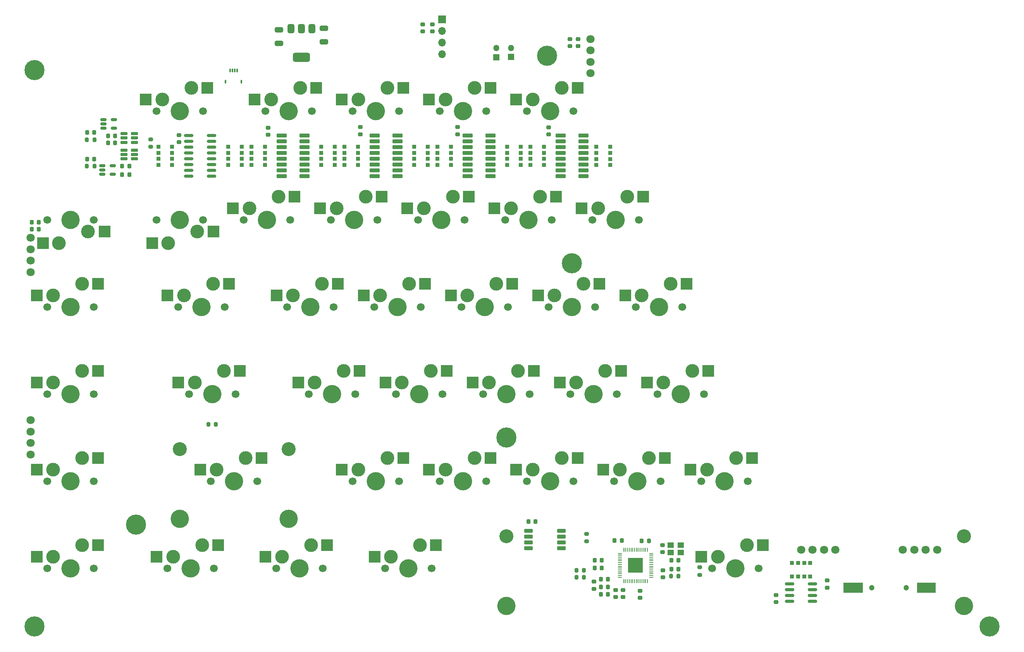
<source format=gbr>
%TF.GenerationSoftware,KiCad,Pcbnew,8.0.4*%
%TF.CreationDate,2024-10-18T15:07:03-05:00*%
%TF.ProjectId,numlocked_shift,6e756d6c-6f63-46b6-9564-5f7368696674,rev?*%
%TF.SameCoordinates,Original*%
%TF.FileFunction,Soldermask,Bot*%
%TF.FilePolarity,Negative*%
%FSLAX46Y46*%
G04 Gerber Fmt 4.6, Leading zero omitted, Abs format (unit mm)*
G04 Created by KiCad (PCBNEW 8.0.4) date 2024-10-18 15:07:03*
%MOMM*%
%LPD*%
G01*
G04 APERTURE LIST*
G04 Aperture macros list*
%AMRoundRect*
0 Rectangle with rounded corners*
0 $1 Rounding radius*
0 $2 $3 $4 $5 $6 $7 $8 $9 X,Y pos of 4 corners*
0 Add a 4 corners polygon primitive as box body*
4,1,4,$2,$3,$4,$5,$6,$7,$8,$9,$2,$3,0*
0 Add four circle primitives for the rounded corners*
1,1,$1+$1,$2,$3*
1,1,$1+$1,$4,$5*
1,1,$1+$1,$6,$7*
1,1,$1+$1,$8,$9*
0 Add four rect primitives between the rounded corners*
20,1,$1+$1,$2,$3,$4,$5,0*
20,1,$1+$1,$4,$5,$6,$7,0*
20,1,$1+$1,$6,$7,$8,$9,0*
20,1,$1+$1,$8,$9,$2,$3,0*%
G04 Aperture macros list end*
%ADD10C,1.700000*%
%ADD11C,3.000000*%
%ADD12C,4.000000*%
%ADD13R,2.550000X2.500000*%
%ADD14R,1.350000X1.350000*%
%ADD15O,1.350000X1.350000*%
%ADD16C,4.400000*%
%ADD17C,3.050000*%
%ADD18C,1.800000*%
%ADD19R,1.700000X1.700000*%
%ADD20O,1.700000X1.700000*%
%ADD21RoundRect,0.150000X-0.512500X-0.150000X0.512500X-0.150000X0.512500X0.150000X-0.512500X0.150000X0*%
%ADD22RoundRect,0.250000X-0.650000X0.325000X-0.650000X-0.325000X0.650000X-0.325000X0.650000X0.325000X0*%
%ADD23RoundRect,0.225000X0.225000X0.250000X-0.225000X0.250000X-0.225000X-0.250000X0.225000X-0.250000X0*%
%ADD24R,0.900000X0.900000*%
%ADD25C,1.200000*%
%ADD26R,4.350000X2.300000*%
%ADD27R,4.040000X2.300000*%
%ADD28RoundRect,0.225000X0.250000X-0.225000X0.250000X0.225000X-0.250000X0.225000X-0.250000X-0.225000X0*%
%ADD29RoundRect,0.225000X-0.250000X0.225000X-0.250000X-0.225000X0.250000X-0.225000X0.250000X0.225000X0*%
%ADD30RoundRect,0.100500X0.986500X0.301500X-0.986500X0.301500X-0.986500X-0.301500X0.986500X-0.301500X0*%
%ADD31RoundRect,0.098000X0.809000X0.294000X-0.809000X0.294000X-0.809000X-0.294000X0.809000X-0.294000X0*%
%ADD32RoundRect,0.200000X-0.200000X-0.275000X0.200000X-0.275000X0.200000X0.275000X-0.200000X0.275000X0*%
%ADD33RoundRect,0.150000X0.650000X0.150000X-0.650000X0.150000X-0.650000X-0.150000X0.650000X-0.150000X0*%
%ADD34RoundRect,0.225000X-0.225000X-0.250000X0.225000X-0.250000X0.225000X0.250000X-0.225000X0.250000X0*%
%ADD35RoundRect,0.200000X0.200000X0.275000X-0.200000X0.275000X-0.200000X-0.275000X0.200000X-0.275000X0*%
%ADD36RoundRect,0.075000X0.075000X0.325000X-0.075000X0.325000X-0.075000X-0.325000X0.075000X-0.325000X0*%
%ADD37RoundRect,0.100000X0.100000X0.300000X-0.100000X0.300000X-0.100000X-0.300000X0.100000X-0.300000X0*%
%ADD38RoundRect,0.050000X-0.050000X0.387500X-0.050000X-0.387500X0.050000X-0.387500X0.050000X0.387500X0*%
%ADD39RoundRect,0.050000X-0.387500X0.050000X-0.387500X-0.050000X0.387500X-0.050000X0.387500X0.050000X0*%
%ADD40R,3.200000X3.200000*%
%ADD41RoundRect,0.200000X-0.275000X0.200000X-0.275000X-0.200000X0.275000X-0.200000X0.275000X0.200000X0*%
%ADD42RoundRect,0.375000X-0.375000X0.625000X-0.375000X-0.625000X0.375000X-0.625000X0.375000X0.625000X0*%
%ADD43RoundRect,0.500000X-1.400000X0.500000X-1.400000X-0.500000X1.400000X-0.500000X1.400000X0.500000X0*%
%ADD44R,1.400000X1.200000*%
%ADD45RoundRect,0.150000X-0.825000X-0.150000X0.825000X-0.150000X0.825000X0.150000X-0.825000X0.150000X0*%
%ADD46RoundRect,0.150000X0.850000X0.150000X-0.850000X0.150000X-0.850000X-0.150000X0.850000X-0.150000X0*%
G04 APERTURE END LIST*
D10*
%TO.C,S32*%
X152349200Y-72491600D03*
D11*
X153619200Y-69951600D03*
D12*
X157429200Y-72491600D03*
D11*
X159969200Y-67411600D03*
D10*
X162509200Y-72491600D03*
D13*
X150019200Y-69951600D03*
X163444200Y-67411600D03*
%TD*%
D14*
%TO.C,J2*%
X131362200Y-36915600D03*
D15*
X131362200Y-34915600D03*
%TD*%
D10*
%TO.C,S38*%
X33286700Y-148691600D03*
D11*
X34556700Y-146151600D03*
D12*
X38366700Y-148691600D03*
D11*
X40906700Y-143611600D03*
D10*
X43446700Y-148691600D03*
D13*
X30956700Y-146151600D03*
X44381700Y-143611600D03*
%TD*%
D10*
%TO.C,S36*%
X33286700Y-91541600D03*
D11*
X34556700Y-89001600D03*
D12*
X38366700Y-91541600D03*
D11*
X40906700Y-86461600D03*
D10*
X43446700Y-91541600D03*
D13*
X30956700Y-89001600D03*
X44381700Y-86461600D03*
%TD*%
D10*
%TO.C,S4*%
X80911700Y-48679100D03*
D11*
X82181700Y-46139100D03*
D12*
X85991700Y-48679100D03*
D11*
X88531700Y-43599100D03*
D10*
X91071700Y-48679100D03*
D13*
X78581700Y-46139100D03*
X92006700Y-43599100D03*
%TD*%
D10*
%TO.C,S31*%
X161874200Y-91541600D03*
D11*
X163144200Y-89001600D03*
D12*
X166954200Y-91541600D03*
D11*
X169494200Y-86461600D03*
D10*
X172034200Y-91541600D03*
D13*
X159544200Y-89001600D03*
X172969200Y-86461600D03*
%TD*%
D10*
%TO.C,S20*%
X119011700Y-48679100D03*
D11*
X120281700Y-46139100D03*
D12*
X124091700Y-48679100D03*
D11*
X126631700Y-43599100D03*
D10*
X129171700Y-48679100D03*
D13*
X116681700Y-46139100D03*
X130106700Y-43599100D03*
%TD*%
D10*
%TO.C,S2*%
X76149200Y-72491600D03*
D11*
X77419200Y-69951600D03*
D12*
X81229200Y-72491600D03*
D11*
X83769200Y-67411600D03*
D10*
X86309200Y-72491600D03*
D13*
X73819200Y-69951600D03*
X87244200Y-67411600D03*
%TD*%
D10*
%TO.C,S35*%
X33286700Y-129641600D03*
D11*
X34556700Y-127101600D03*
D12*
X38366700Y-129641600D03*
D11*
X40906700Y-124561600D03*
D10*
X43446700Y-129641600D03*
D13*
X30956700Y-127101600D03*
X44381700Y-124561600D03*
%TD*%
D16*
%TO.C,H1*%
X30460450Y-39710000D03*
%TD*%
%TO.C,H4*%
X239154200Y-161400000D03*
%TD*%
D17*
%TO.C,S8*%
X62185450Y-122666600D03*
D12*
X62185450Y-137906600D03*
D10*
X69005450Y-129641600D03*
D11*
X70275450Y-127101600D03*
D12*
X74085450Y-129641600D03*
D11*
X76625450Y-124561600D03*
D10*
X79165450Y-129641600D03*
D17*
X85985450Y-122666600D03*
D12*
X85985450Y-137906600D03*
D13*
X66675450Y-127101600D03*
X80100450Y-124561600D03*
%TD*%
D16*
%TO.C,H5*%
X52654200Y-139166600D03*
%TD*%
D10*
%TO.C,S30*%
X166636700Y-110591600D03*
D11*
X167906700Y-108051600D03*
D12*
X171716700Y-110591600D03*
D11*
X174256700Y-105511600D03*
D10*
X176796700Y-110591600D03*
D13*
X164306700Y-108051600D03*
X177731700Y-105511600D03*
%TD*%
D10*
%TO.C,S37*%
X43446700Y-72491600D03*
D11*
X42176700Y-75031600D03*
D12*
X38366700Y-72491600D03*
D11*
X35826700Y-77571600D03*
D10*
X33286700Y-72491600D03*
D13*
X45776700Y-75031600D03*
X32351700Y-77571600D03*
%TD*%
D17*
%TO.C,S33*%
X133622950Y-141691600D03*
D12*
X133622950Y-156931600D03*
D10*
X178542950Y-148691600D03*
D11*
X179812950Y-146151600D03*
D12*
X183622950Y-148691600D03*
D11*
X186162950Y-143611600D03*
D10*
X188702950Y-148691600D03*
D17*
X233622950Y-141691600D03*
D12*
X233622950Y-156931600D03*
D13*
X176212950Y-146151600D03*
X189637950Y-143611600D03*
%TD*%
D10*
%TO.C,S10*%
X95199200Y-72491600D03*
D11*
X96469200Y-69951600D03*
D12*
X100279200Y-72491600D03*
D11*
X102819200Y-67411600D03*
D10*
X105359200Y-72491600D03*
D13*
X92869200Y-69951600D03*
X106294200Y-67411600D03*
%TD*%
D10*
%TO.C,S25*%
X128536700Y-110591600D03*
D11*
X129806700Y-108051600D03*
D12*
X133616700Y-110591600D03*
D11*
X136156700Y-105511600D03*
D10*
X138696700Y-110591600D03*
D13*
X126206700Y-108051600D03*
X139631700Y-105511600D03*
%TD*%
D14*
%TO.C,J1*%
X134600000Y-36900000D03*
D15*
X134600000Y-34900000D03*
%TD*%
D10*
%TO.C,S24*%
X133299200Y-72491600D03*
D11*
X134569200Y-69951600D03*
D12*
X138379200Y-72491600D03*
D11*
X140919200Y-67411600D03*
D10*
X143459200Y-72491600D03*
D13*
X130969200Y-69951600D03*
X144394200Y-67411600D03*
%TD*%
D18*
%TO.C,J7*%
X220208600Y-144666600D03*
X222708600Y-144666600D03*
X225208600Y-144666600D03*
X227708600Y-144666600D03*
%TD*%
D10*
%TO.C,S21*%
X138061700Y-48679100D03*
D11*
X139331700Y-46139100D03*
D12*
X143141700Y-48679100D03*
D11*
X145681700Y-43599100D03*
D10*
X148221700Y-48679100D03*
D13*
X135731700Y-46139100D03*
X149156700Y-43599100D03*
%TD*%
D10*
%TO.C,S14*%
X99961700Y-129641600D03*
D11*
X101231700Y-127101600D03*
D12*
X105041700Y-129641600D03*
D11*
X107581700Y-124561600D03*
D10*
X110121700Y-129641600D03*
D13*
X97631700Y-127101600D03*
X111056700Y-124561600D03*
%TD*%
D10*
%TO.C,S29*%
X176161700Y-129641600D03*
D11*
X177431700Y-127101600D03*
D12*
X181241700Y-129641600D03*
D11*
X183781700Y-124561600D03*
D10*
X186321700Y-129641600D03*
D13*
X173831700Y-127101600D03*
X187256700Y-124561600D03*
%TD*%
D10*
%TO.C,S19*%
X104724200Y-91541600D03*
D11*
X105994200Y-89001600D03*
D12*
X109804200Y-91541600D03*
D11*
X112344200Y-86461600D03*
D10*
X114884200Y-91541600D03*
D13*
X102394200Y-89001600D03*
X115819200Y-86461600D03*
%TD*%
D18*
%TO.C,J6*%
X197992800Y-144666600D03*
X200492800Y-144666600D03*
X202992800Y-144666600D03*
X205492800Y-144666600D03*
%TD*%
D16*
%TO.C,H3*%
X30460450Y-161400000D03*
%TD*%
D10*
%TO.C,S1*%
X67259200Y-72491600D03*
D11*
X65989200Y-75031600D03*
D12*
X62179200Y-72491600D03*
D11*
X59639200Y-77571600D03*
D10*
X57099200Y-72491600D03*
D13*
X69589200Y-75031600D03*
X56164200Y-77571600D03*
%TD*%
D10*
%TO.C,S34*%
X33286700Y-110591600D03*
D11*
X34556700Y-108051600D03*
D12*
X38366700Y-110591600D03*
D11*
X40906700Y-105511600D03*
D10*
X43446700Y-110591600D03*
D13*
X30956700Y-108051600D03*
X44381700Y-105511600D03*
%TD*%
D10*
%TO.C,S26*%
X147586700Y-110591600D03*
D11*
X148856700Y-108051600D03*
D12*
X152666700Y-110591600D03*
D11*
X155206700Y-105511600D03*
D10*
X157746700Y-110591600D03*
D13*
X145256700Y-108051600D03*
X158681700Y-105511600D03*
%TD*%
D10*
%TO.C,S11*%
X59480450Y-148691600D03*
D11*
X60750450Y-146151600D03*
D12*
X64560450Y-148691600D03*
D11*
X67100450Y-143611600D03*
D10*
X69640450Y-148691600D03*
D13*
X57150450Y-146151600D03*
X70575450Y-143611600D03*
%TD*%
D10*
%TO.C,S15*%
X90436700Y-110591600D03*
D11*
X91706700Y-108051600D03*
D12*
X95516700Y-110591600D03*
D11*
X98056700Y-105511600D03*
D10*
X100596700Y-110591600D03*
D13*
X88106700Y-108051600D03*
X101531700Y-105511600D03*
%TD*%
D10*
%TO.C,S9*%
X83292950Y-148691600D03*
D11*
X84562950Y-146151600D03*
D12*
X88372950Y-148691600D03*
D11*
X90912950Y-143611600D03*
D10*
X93452950Y-148691600D03*
D13*
X80962950Y-146151600D03*
X94387950Y-143611600D03*
%TD*%
D10*
%TO.C,S6*%
X61861700Y-91541600D03*
D11*
X63131700Y-89001600D03*
D12*
X66941700Y-91541600D03*
D11*
X69481700Y-86461600D03*
D10*
X72021700Y-91541600D03*
D13*
X59531700Y-89001600D03*
X72956700Y-86461600D03*
%TD*%
D10*
%TO.C,S17*%
X119011700Y-129641600D03*
D11*
X120281700Y-127101600D03*
D12*
X124091700Y-129641600D03*
D11*
X126631700Y-124561600D03*
D10*
X129171700Y-129641600D03*
D13*
X116681700Y-127101600D03*
X130106700Y-124561600D03*
%TD*%
D10*
%TO.C,S28*%
X157111700Y-129641600D03*
D11*
X158381700Y-127101600D03*
D12*
X162191700Y-129641600D03*
D11*
X164731700Y-124561600D03*
D10*
X167271700Y-129641600D03*
D13*
X154781700Y-127101600D03*
X168206700Y-124561600D03*
%TD*%
D10*
%TO.C,S7*%
X64242950Y-110591600D03*
D11*
X65512950Y-108051600D03*
D12*
X69322950Y-110591600D03*
D11*
X71862950Y-105511600D03*
D10*
X74402950Y-110591600D03*
D13*
X61912950Y-108051600D03*
X75337950Y-105511600D03*
%TD*%
D10*
%TO.C,S3*%
X57099200Y-48679100D03*
D11*
X58369200Y-46139100D03*
D12*
X62179200Y-48679100D03*
D11*
X64719200Y-43599100D03*
D10*
X67259200Y-48679100D03*
D13*
X54769200Y-46139100D03*
X68194200Y-43599100D03*
%TD*%
D10*
%TO.C,S16*%
X109486700Y-110591600D03*
D11*
X110756700Y-108051600D03*
D12*
X114566700Y-110591600D03*
D11*
X117106700Y-105511600D03*
D10*
X119646700Y-110591600D03*
D13*
X107156700Y-108051600D03*
X120581700Y-105511600D03*
%TD*%
D16*
%TO.C,H7*%
X133616700Y-120116600D03*
%TD*%
D10*
%TO.C,S18*%
X114249200Y-72491600D03*
D11*
X115519200Y-69951600D03*
D12*
X119329200Y-72491600D03*
D11*
X121869200Y-67411600D03*
D10*
X124409200Y-72491600D03*
D13*
X111919200Y-69951600D03*
X125344200Y-67411600D03*
%TD*%
D10*
%TO.C,S5*%
X99961700Y-48679100D03*
D11*
X101231700Y-46139100D03*
D12*
X105041700Y-48679100D03*
D11*
X107581700Y-43599100D03*
D10*
X110121700Y-48679100D03*
D13*
X97631700Y-46139100D03*
X111056700Y-43599100D03*
%TD*%
D19*
%TO.C,Brd1*%
X119545200Y-28664600D03*
D20*
X119545200Y-31204600D03*
X119545200Y-33744600D03*
X119545200Y-36284600D03*
%TD*%
D10*
%TO.C,S27*%
X138061700Y-129641600D03*
D11*
X139331700Y-127101600D03*
D12*
X143141700Y-129641600D03*
D11*
X145681700Y-124561600D03*
D10*
X148221700Y-129641600D03*
D13*
X135731700Y-127101600D03*
X149156700Y-124561600D03*
%TD*%
D16*
%TO.C,H6*%
X147904200Y-82016600D03*
%TD*%
D10*
%TO.C,S12*%
X107105450Y-148691600D03*
D11*
X108375450Y-146151600D03*
D12*
X112185450Y-148691600D03*
D11*
X114725450Y-143611600D03*
D10*
X117265450Y-148691600D03*
D13*
X104775450Y-146151600D03*
X118200450Y-143611600D03*
%TD*%
D16*
%TO.C,H2*%
X142500000Y-36600000D03*
%TD*%
D18*
%TO.C,J5*%
X151929200Y-32927600D03*
X151929200Y-35427600D03*
X151929200Y-37927600D03*
X151929200Y-40427600D03*
%TD*%
D10*
%TO.C,S13*%
X85674200Y-91541600D03*
D11*
X86944200Y-89001600D03*
D12*
X90754200Y-91541600D03*
D11*
X93294200Y-86461600D03*
D10*
X95834200Y-91541600D03*
D13*
X83344200Y-89001600D03*
X96769200Y-86461600D03*
%TD*%
D10*
%TO.C,S23*%
X142824200Y-91541600D03*
D11*
X144094200Y-89001600D03*
D12*
X147904200Y-91541600D03*
D11*
X150444200Y-86461600D03*
D10*
X152984200Y-91541600D03*
D13*
X140494200Y-89001600D03*
X153919200Y-86461600D03*
%TD*%
D10*
%TO.C,S22*%
X123774200Y-91541600D03*
D11*
X125044200Y-89001600D03*
D12*
X128854200Y-91541600D03*
D11*
X131394200Y-86461600D03*
D10*
X133934200Y-91541600D03*
D13*
X121444200Y-89001600D03*
X134869200Y-86461600D03*
%TD*%
D21*
%TO.C,U12*%
X45262500Y-62550000D03*
X45262500Y-61600000D03*
X45262500Y-60650000D03*
X47537500Y-60650000D03*
X47537500Y-62550000D03*
%TD*%
D22*
%TO.C,C16*%
X83900000Y-30925000D03*
X83900000Y-33875000D03*
%TD*%
D23*
%TO.C,C29*%
X31425000Y-74500000D03*
X29875000Y-74500000D03*
%TD*%
D24*
%TO.C,RN9*%
X196000000Y-147500000D03*
X197340000Y-147500000D03*
X198660000Y-147500000D03*
X200000000Y-147500000D03*
X200000000Y-150500000D03*
X198660000Y-150500000D03*
X197340000Y-150500000D03*
X196000000Y-150500000D03*
%TD*%
D25*
%TO.C,BT1*%
X220950000Y-152900000D03*
X213450000Y-152900000D03*
D26*
X209385000Y-152900000D03*
D27*
X225350000Y-152900000D03*
%TD*%
D28*
%TO.C,C19*%
X117402700Y-31271400D03*
X117402700Y-29721400D03*
%TD*%
%TO.C,C25*%
X142800000Y-53810200D03*
X142800000Y-52260200D03*
%TD*%
D29*
%TO.C,C13*%
X167700000Y-143625000D03*
X167700000Y-145175000D03*
%TD*%
D28*
%TO.C,C22*%
X81500000Y-53875000D03*
X81500000Y-52325000D03*
%TD*%
%TO.C,C33*%
X203682600Y-152921000D03*
X203682600Y-151371000D03*
%TD*%
D29*
%TO.C,C31*%
X147500000Y-32975000D03*
X147500000Y-34525000D03*
%TD*%
D22*
%TO.C,C17*%
X93740000Y-30635000D03*
X93740000Y-33585000D03*
%TD*%
D30*
%TO.C,U4*%
X89444400Y-54051200D03*
X89444400Y-55321200D03*
X89444400Y-56591200D03*
X89444400Y-57861200D03*
X89444400Y-59131200D03*
X89444400Y-60401200D03*
X89444400Y-61671200D03*
X89444400Y-62941200D03*
X84494400Y-62941200D03*
X84494400Y-61671200D03*
X84494400Y-60401200D03*
X84494400Y-59131200D03*
X84494400Y-57861200D03*
X84494400Y-56591200D03*
X84494400Y-55321200D03*
X84494400Y-54051200D03*
%TD*%
D23*
%TO.C,C11*%
X155775000Y-152800000D03*
X154225000Y-152800000D03*
%TD*%
D24*
%TO.C,RN7*%
X141809400Y-56496200D03*
X141809400Y-57836200D03*
X141809400Y-59156200D03*
X141809400Y-60496200D03*
X138809400Y-60496200D03*
X138809400Y-59156200D03*
X138809400Y-57836200D03*
X138809400Y-56496200D03*
%TD*%
D31*
%TO.C,U2*%
X145641800Y-140487400D03*
X145641800Y-141757400D03*
X145641800Y-143027400D03*
X145641800Y-144297400D03*
X138431800Y-144297400D03*
X138431800Y-143027400D03*
X138431800Y-141757400D03*
X138431800Y-140487400D03*
%TD*%
D23*
%TO.C,C28*%
X31425000Y-73000000D03*
X29875000Y-73000000D03*
%TD*%
D32*
%TO.C,R2*%
X148882600Y-149123400D03*
X150532600Y-149123400D03*
%TD*%
D18*
%TO.C,J3*%
X29579200Y-76409100D03*
X29579200Y-78909100D03*
X29579200Y-81409100D03*
X29579200Y-83909100D03*
%TD*%
D24*
%TO.C,RN6*%
X133729400Y-60496200D03*
X133729400Y-59156200D03*
X133729400Y-57836200D03*
X133729400Y-56496200D03*
X136729400Y-56496200D03*
X136729400Y-57836200D03*
X136729400Y-59156200D03*
X136729400Y-60496200D03*
%TD*%
%TO.C,RN8*%
X153262200Y-60521600D03*
X153262200Y-59181600D03*
X153262200Y-57861600D03*
X153262200Y-56521600D03*
X156262200Y-56521600D03*
X156262200Y-57861600D03*
X156262200Y-59181600D03*
X156262200Y-60521600D03*
%TD*%
D33*
%TO.C,U9*%
X52323200Y-53650000D03*
X52323200Y-54600000D03*
X52323200Y-55550000D03*
X50023200Y-55550000D03*
X50023200Y-54600000D03*
X50023200Y-53650000D03*
%TD*%
D24*
%TO.C,RN1*%
X80849400Y-56496200D03*
X80849400Y-57836200D03*
X80849400Y-59156200D03*
X80849400Y-60496200D03*
X77849400Y-60496200D03*
X77849400Y-59156200D03*
X77849400Y-57836200D03*
X77849400Y-56496200D03*
%TD*%
D34*
%TO.C,C26*%
X49625000Y-62600000D03*
X51175000Y-62600000D03*
%TD*%
D23*
%TO.C,C36*%
X48075000Y-54100000D03*
X46525000Y-54100000D03*
%TD*%
D34*
%TO.C,C35*%
X49625000Y-60750000D03*
X51175000Y-60750000D03*
%TD*%
D23*
%TO.C,C5*%
X155775000Y-154400000D03*
X154225000Y-154400000D03*
%TD*%
D32*
%TO.C,R3*%
X148882600Y-150672800D03*
X150532600Y-150672800D03*
%TD*%
D21*
%TO.C,U11*%
X45562500Y-52450000D03*
X45562500Y-51500000D03*
X45562500Y-50550000D03*
X47837500Y-50550000D03*
X47837500Y-52450000D03*
%TD*%
D32*
%TO.C,R4*%
X169575000Y-150400000D03*
X171225000Y-150400000D03*
%TD*%
D23*
%TO.C,C12*%
X155775000Y-151100000D03*
X154225000Y-151100000D03*
%TD*%
%TO.C,C2*%
X154445000Y-146964400D03*
X152895000Y-146964400D03*
%TD*%
D29*
%TO.C,C32*%
X192550000Y-154525000D03*
X192550000Y-156075000D03*
%TD*%
D35*
%TO.C,R10*%
X43575000Y-60750000D03*
X41925000Y-60750000D03*
%TD*%
D23*
%TO.C,C4*%
X154445000Y-148615400D03*
X152895000Y-148615400D03*
%TD*%
D24*
%TO.C,RN2*%
X93089400Y-60496200D03*
X93089400Y-59156200D03*
X93089400Y-57836200D03*
X93089400Y-56496200D03*
X96089400Y-56496200D03*
X96089400Y-57836200D03*
X96089400Y-59156200D03*
X96089400Y-60496200D03*
%TD*%
D29*
%TO.C,C1*%
X152700000Y-151625000D03*
X152700000Y-153175000D03*
%TD*%
D30*
%TO.C,U7*%
X150404400Y-54051200D03*
X150404400Y-55321200D03*
X150404400Y-56591200D03*
X150404400Y-57861200D03*
X150404400Y-59131200D03*
X150404400Y-60401200D03*
X150404400Y-61671200D03*
X150404400Y-62941200D03*
X145454400Y-62941200D03*
X145454400Y-61671200D03*
X145454400Y-60401200D03*
X145454400Y-59131200D03*
X145454400Y-57861200D03*
X145454400Y-56591200D03*
X145454400Y-55321200D03*
X145454400Y-54051200D03*
%TD*%
D36*
%TO.C,J8*%
X74714800Y-39800000D03*
X74214800Y-39800000D03*
X73714800Y-39800000D03*
X73214800Y-39800000D03*
D37*
X75714800Y-42300000D03*
X72214800Y-42300000D03*
%TD*%
D38*
%TO.C,U1*%
X159220200Y-144610600D03*
X159620200Y-144610600D03*
X160020200Y-144610600D03*
X160420200Y-144610600D03*
X160820200Y-144610600D03*
X161220200Y-144610600D03*
X161620200Y-144610600D03*
X162020200Y-144610600D03*
X162420200Y-144610600D03*
X162820200Y-144610600D03*
X163220200Y-144610600D03*
X163620200Y-144610600D03*
X164020200Y-144610600D03*
X164420200Y-144610600D03*
D39*
X165257700Y-145448100D03*
X165257700Y-145848100D03*
X165257700Y-146248100D03*
X165257700Y-146648100D03*
X165257700Y-147048100D03*
X165257700Y-147448100D03*
X165257700Y-147848100D03*
X165257700Y-148248100D03*
X165257700Y-148648100D03*
X165257700Y-149048100D03*
X165257700Y-149448100D03*
X165257700Y-149848100D03*
X165257700Y-150248100D03*
X165257700Y-150648100D03*
D38*
X164420200Y-151485600D03*
X164020200Y-151485600D03*
X163620200Y-151485600D03*
X163220200Y-151485600D03*
X162820200Y-151485600D03*
X162420200Y-151485600D03*
X162020200Y-151485600D03*
X161620200Y-151485600D03*
X161220200Y-151485600D03*
X160820200Y-151485600D03*
X160420200Y-151485600D03*
X160020200Y-151485600D03*
X159620200Y-151485600D03*
X159220200Y-151485600D03*
D39*
X158382700Y-150648100D03*
X158382700Y-150248100D03*
X158382700Y-149848100D03*
X158382700Y-149448100D03*
X158382700Y-149048100D03*
X158382700Y-148648100D03*
X158382700Y-148248100D03*
X158382700Y-147848100D03*
X158382700Y-147448100D03*
X158382700Y-147048100D03*
X158382700Y-146648100D03*
X158382700Y-146248100D03*
X158382700Y-145848100D03*
X158382700Y-145448100D03*
D40*
X161820200Y-148048100D03*
%TD*%
D41*
%TO.C,R6*%
X55900000Y-54875000D03*
X55900000Y-56525000D03*
%TD*%
D29*
%TO.C,C3*%
X167767000Y-149110400D03*
X167767000Y-150660400D03*
%TD*%
D23*
%TO.C,C34*%
X43525000Y-53400000D03*
X41975000Y-53400000D03*
%TD*%
D24*
%TO.C,RN11*%
X72769400Y-60496200D03*
X72769400Y-59156200D03*
X72769400Y-57836200D03*
X72769400Y-56496200D03*
X75769400Y-56496200D03*
X75769400Y-57836200D03*
X75769400Y-59156200D03*
X75769400Y-60496200D03*
%TD*%
D29*
%TO.C,C9*%
X157464200Y-153425000D03*
X157464200Y-154975000D03*
%TD*%
D24*
%TO.C,RN4*%
X113409400Y-60496200D03*
X113409400Y-59156200D03*
X113409400Y-57836200D03*
X113409400Y-56496200D03*
X116409400Y-56496200D03*
X116409400Y-57836200D03*
X116409400Y-59156200D03*
X116409400Y-60496200D03*
%TD*%
D23*
%TO.C,C27*%
X48075000Y-55700000D03*
X46525000Y-55700000D03*
%TD*%
D24*
%TO.C,RN3*%
X101169400Y-56496200D03*
X101169400Y-57836200D03*
X101169400Y-59156200D03*
X101169400Y-60496200D03*
X98169400Y-60496200D03*
X98169400Y-59156200D03*
X98169400Y-57836200D03*
X98169400Y-56496200D03*
%TD*%
D23*
%TO.C,C10*%
X158800000Y-142600000D03*
X157250000Y-142600000D03*
%TD*%
D29*
%TO.C,C38*%
X162800000Y-153625000D03*
X162800000Y-155175000D03*
%TD*%
D42*
%TO.C,U3*%
X86500000Y-30650000D03*
X88800000Y-30650000D03*
X91100000Y-30650000D03*
D43*
X88800000Y-36950000D03*
%TD*%
D44*
%TO.C,X1*%
X169500000Y-143600000D03*
X171700000Y-143600000D03*
X171700000Y-145200000D03*
X169500000Y-145200000D03*
%TD*%
D29*
%TO.C,C39*%
X62050000Y-53975000D03*
X62050000Y-55525000D03*
%TD*%
D45*
%TO.C,U10*%
X195518000Y-155905000D03*
X195518000Y-154635000D03*
X195518000Y-153365000D03*
X195518000Y-152095000D03*
X200468000Y-152095000D03*
X200468000Y-153365000D03*
X200468000Y-154635000D03*
X200468000Y-155905000D03*
%TD*%
D33*
%TO.C,U8*%
X52323200Y-57256000D03*
X52323200Y-58206000D03*
X52323200Y-59156000D03*
X50023200Y-59156000D03*
X50023200Y-58206000D03*
X50023200Y-57256000D03*
%TD*%
D30*
%TO.C,U5*%
X109764400Y-54051200D03*
X109764400Y-55321200D03*
X109764400Y-56591200D03*
X109764400Y-57861200D03*
X109764400Y-59131200D03*
X109764400Y-60401200D03*
X109764400Y-61671200D03*
X109764400Y-62941200D03*
X104814400Y-62941200D03*
X104814400Y-61671200D03*
X104814400Y-60401200D03*
X104814400Y-59131200D03*
X104814400Y-57861200D03*
X104814400Y-56591200D03*
X104814400Y-55321200D03*
X104814400Y-54051200D03*
%TD*%
D28*
%TO.C,C23*%
X101700000Y-53775000D03*
X101700000Y-52225000D03*
%TD*%
D41*
%TO.C,R5*%
X151114200Y-141165100D03*
X151114200Y-142815100D03*
%TD*%
D23*
%TO.C,C37*%
X43525000Y-59250000D03*
X41975000Y-59250000D03*
%TD*%
D46*
%TO.C,U13*%
X69149400Y-54051200D03*
X69149400Y-55321200D03*
X69149400Y-56591200D03*
X69149400Y-57861200D03*
X69149400Y-59131200D03*
X69149400Y-60401200D03*
X69149400Y-61671200D03*
X69149400Y-62941200D03*
X64149400Y-62941200D03*
X64149400Y-61671200D03*
X64149400Y-60401200D03*
X64149400Y-59131200D03*
X64149400Y-57861200D03*
X64149400Y-56591200D03*
X64149400Y-55321200D03*
X64149400Y-54051200D03*
%TD*%
D29*
%TO.C,C30*%
X149250000Y-32975000D03*
X149250000Y-34525000D03*
%TD*%
D34*
%TO.C,C7*%
X169633600Y-148844000D03*
X171183600Y-148844000D03*
%TD*%
D28*
%TO.C,C18*%
X115300000Y-31275000D03*
X115300000Y-29725000D03*
%TD*%
D24*
%TO.C,RN10*%
X60529400Y-56496200D03*
X60529400Y-57836200D03*
X60529400Y-59156200D03*
X60529400Y-60496200D03*
X57529400Y-60496200D03*
X57529400Y-59156200D03*
X57529400Y-57836200D03*
X57529400Y-56496200D03*
%TD*%
D28*
%TO.C,C24*%
X122900000Y-53775000D03*
X122900000Y-52225000D03*
%TD*%
D24*
%TO.C,RN5*%
X121489400Y-56496200D03*
X121489400Y-57836200D03*
X121489400Y-59156200D03*
X121489400Y-60496200D03*
X118489400Y-60496200D03*
X118489400Y-59156200D03*
X118489400Y-57836200D03*
X118489400Y-56496200D03*
%TD*%
D34*
%TO.C,C6*%
X163175000Y-142700000D03*
X164725000Y-142700000D03*
%TD*%
D18*
%TO.C,J4*%
X29579200Y-116289100D03*
X29579200Y-118789100D03*
X29579200Y-121289100D03*
X29579200Y-123789100D03*
%TD*%
D34*
%TO.C,C14*%
X169625000Y-146900000D03*
X171175000Y-146900000D03*
%TD*%
%TO.C,C15*%
X138425000Y-138500000D03*
X139975000Y-138500000D03*
%TD*%
D30*
%TO.C,U6*%
X130084400Y-54051200D03*
X130084400Y-55321200D03*
X130084400Y-56591200D03*
X130084400Y-57861200D03*
X130084400Y-59131200D03*
X130084400Y-60401200D03*
X130084400Y-61671200D03*
X130084400Y-62941200D03*
X125134400Y-62941200D03*
X125134400Y-61671200D03*
X125134400Y-60401200D03*
X125134400Y-59131200D03*
X125134400Y-57861200D03*
X125134400Y-56591200D03*
X125134400Y-55321200D03*
X125134400Y-54051200D03*
%TD*%
D29*
%TO.C,C8*%
X159100000Y-153425000D03*
X159100000Y-154975000D03*
%TD*%
D41*
%TO.C,R8*%
X175800000Y-148475000D03*
X175800000Y-150125000D03*
%TD*%
D35*
%TO.C,R9*%
X43575000Y-55000000D03*
X41925000Y-55000000D03*
%TD*%
D32*
%TO.C,R11*%
X68475000Y-117200000D03*
X70125000Y-117200000D03*
%TD*%
M02*

</source>
